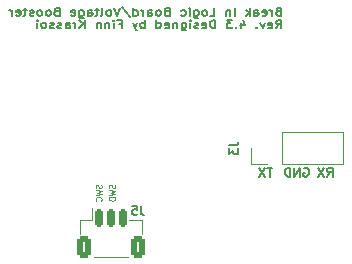
<source format=gbr>
%TF.GenerationSoftware,KiCad,Pcbnew,8.0.1-8.0.1-1~ubuntu22.04.1*%
%TF.CreationDate,2024-06-15T20:16:41+10:00*%
%TF.ProjectId,Machine-Controller,4d616368-696e-4652-9d43-6f6e74726f6c,rev?*%
%TF.SameCoordinates,Original*%
%TF.FileFunction,Legend,Bot*%
%TF.FilePolarity,Positive*%
%FSLAX46Y46*%
G04 Gerber Fmt 4.6, Leading zero omitted, Abs format (unit mm)*
G04 Created by KiCad (PCBNEW 8.0.1-8.0.1-1~ubuntu22.04.1) date 2024-06-15 20:16:41*
%MOMM*%
%LPD*%
G01*
G04 APERTURE LIST*
G04 Aperture macros list*
%AMRoundRect*
0 Rectangle with rounded corners*
0 $1 Rounding radius*
0 $2 $3 $4 $5 $6 $7 $8 $9 X,Y pos of 4 corners*
0 Add a 4 corners polygon primitive as box body*
4,1,4,$2,$3,$4,$5,$6,$7,$8,$9,$2,$3,0*
0 Add four circle primitives for the rounded corners*
1,1,$1+$1,$2,$3*
1,1,$1+$1,$4,$5*
1,1,$1+$1,$6,$7*
1,1,$1+$1,$8,$9*
0 Add four rect primitives between the rounded corners*
20,1,$1+$1,$2,$3,$4,$5,0*
20,1,$1+$1,$4,$5,$6,$7,0*
20,1,$1+$1,$6,$7,$8,$9,0*
20,1,$1+$1,$8,$9,$2,$3,0*%
G04 Aperture macros list end*
%ADD10C,0.125000*%
%ADD11C,0.150000*%
%ADD12C,0.120000*%
%ADD13C,2.000000*%
%ADD14R,1.500000X1.500000*%
%ADD15C,3.000000*%
%ADD16R,1.700000X1.700000*%
%ADD17O,1.700000X1.700000*%
%ADD18O,2.500000X2.000000*%
%ADD19RoundRect,0.375000X-0.875000X0.375000X-0.875000X-0.375000X0.875000X-0.375000X0.875000X0.375000X0*%
%ADD20O,2.500000X1.500000*%
%ADD21C,0.650000*%
%ADD22O,1.000000X2.100000*%
%ADD23O,1.000000X1.600000*%
%ADD24R,1.350000X1.350000*%
%ADD25O,1.350000X1.350000*%
%ADD26RoundRect,0.150000X-0.150000X-0.625000X0.150000X-0.625000X0.150000X0.625000X-0.150000X0.625000X0*%
%ADD27RoundRect,0.250000X-0.350000X-0.650000X0.350000X-0.650000X0.350000X0.650000X-0.350000X0.650000X0*%
G04 APERTURE END LIST*
D10*
X149172000Y-94825429D02*
X149195809Y-94896857D01*
X149195809Y-94896857D02*
X149195809Y-95015905D01*
X149195809Y-95015905D02*
X149172000Y-95063524D01*
X149172000Y-95063524D02*
X149148190Y-95087333D01*
X149148190Y-95087333D02*
X149100571Y-95111143D01*
X149100571Y-95111143D02*
X149052952Y-95111143D01*
X149052952Y-95111143D02*
X149005333Y-95087333D01*
X149005333Y-95087333D02*
X148981523Y-95063524D01*
X148981523Y-95063524D02*
X148957714Y-95015905D01*
X148957714Y-95015905D02*
X148933904Y-94920667D01*
X148933904Y-94920667D02*
X148910095Y-94873048D01*
X148910095Y-94873048D02*
X148886285Y-94849238D01*
X148886285Y-94849238D02*
X148838666Y-94825429D01*
X148838666Y-94825429D02*
X148791047Y-94825429D01*
X148791047Y-94825429D02*
X148743428Y-94849238D01*
X148743428Y-94849238D02*
X148719619Y-94873048D01*
X148719619Y-94873048D02*
X148695809Y-94920667D01*
X148695809Y-94920667D02*
X148695809Y-95039714D01*
X148695809Y-95039714D02*
X148719619Y-95111143D01*
X148695809Y-95277809D02*
X149195809Y-95396857D01*
X149195809Y-95396857D02*
X148838666Y-95492095D01*
X148838666Y-95492095D02*
X149195809Y-95587333D01*
X149195809Y-95587333D02*
X148695809Y-95706381D01*
X149148190Y-96182571D02*
X149172000Y-96158762D01*
X149172000Y-96158762D02*
X149195809Y-96087333D01*
X149195809Y-96087333D02*
X149195809Y-96039714D01*
X149195809Y-96039714D02*
X149172000Y-95968286D01*
X149172000Y-95968286D02*
X149124380Y-95920667D01*
X149124380Y-95920667D02*
X149076761Y-95896857D01*
X149076761Y-95896857D02*
X148981523Y-95873048D01*
X148981523Y-95873048D02*
X148910095Y-95873048D01*
X148910095Y-95873048D02*
X148814857Y-95896857D01*
X148814857Y-95896857D02*
X148767238Y-95920667D01*
X148767238Y-95920667D02*
X148719619Y-95968286D01*
X148719619Y-95968286D02*
X148695809Y-96039714D01*
X148695809Y-96039714D02*
X148695809Y-96087333D01*
X148695809Y-96087333D02*
X148719619Y-96158762D01*
X148719619Y-96158762D02*
X148743428Y-96182571D01*
D11*
X168321458Y-94132945D02*
X168575458Y-93770088D01*
X168756887Y-94132945D02*
X168756887Y-93370945D01*
X168756887Y-93370945D02*
X168466601Y-93370945D01*
X168466601Y-93370945D02*
X168394030Y-93407231D01*
X168394030Y-93407231D02*
X168357744Y-93443517D01*
X168357744Y-93443517D02*
X168321458Y-93516088D01*
X168321458Y-93516088D02*
X168321458Y-93624945D01*
X168321458Y-93624945D02*
X168357744Y-93697517D01*
X168357744Y-93697517D02*
X168394030Y-93733802D01*
X168394030Y-93733802D02*
X168466601Y-93770088D01*
X168466601Y-93770088D02*
X168756887Y-93770088D01*
X168067458Y-93370945D02*
X167559458Y-94132945D01*
X167559458Y-93370945D02*
X168067458Y-94132945D01*
X163658744Y-93370945D02*
X163223316Y-93370945D01*
X163441030Y-94132945D02*
X163441030Y-93370945D01*
X163041887Y-93370945D02*
X162533887Y-94132945D01*
X162533887Y-93370945D02*
X163041887Y-94132945D01*
X164163173Y-80156248D02*
X164048887Y-80187200D01*
X164048887Y-80187200D02*
X164010792Y-80218152D01*
X164010792Y-80218152D02*
X163972696Y-80280057D01*
X163972696Y-80280057D02*
X163972696Y-80372914D01*
X163972696Y-80372914D02*
X164010792Y-80434819D01*
X164010792Y-80434819D02*
X164048887Y-80465772D01*
X164048887Y-80465772D02*
X164125077Y-80496724D01*
X164125077Y-80496724D02*
X164429839Y-80496724D01*
X164429839Y-80496724D02*
X164429839Y-79846724D01*
X164429839Y-79846724D02*
X164163173Y-79846724D01*
X164163173Y-79846724D02*
X164086982Y-79877676D01*
X164086982Y-79877676D02*
X164048887Y-79908629D01*
X164048887Y-79908629D02*
X164010792Y-79970533D01*
X164010792Y-79970533D02*
X164010792Y-80032438D01*
X164010792Y-80032438D02*
X164048887Y-80094343D01*
X164048887Y-80094343D02*
X164086982Y-80125295D01*
X164086982Y-80125295D02*
X164163173Y-80156248D01*
X164163173Y-80156248D02*
X164429839Y-80156248D01*
X163629839Y-80496724D02*
X163629839Y-80063391D01*
X163629839Y-80187200D02*
X163591744Y-80125295D01*
X163591744Y-80125295D02*
X163553649Y-80094343D01*
X163553649Y-80094343D02*
X163477458Y-80063391D01*
X163477458Y-80063391D02*
X163401268Y-80063391D01*
X162829839Y-80465772D02*
X162906030Y-80496724D01*
X162906030Y-80496724D02*
X163058411Y-80496724D01*
X163058411Y-80496724D02*
X163134601Y-80465772D01*
X163134601Y-80465772D02*
X163172697Y-80403867D01*
X163172697Y-80403867D02*
X163172697Y-80156248D01*
X163172697Y-80156248D02*
X163134601Y-80094343D01*
X163134601Y-80094343D02*
X163058411Y-80063391D01*
X163058411Y-80063391D02*
X162906030Y-80063391D01*
X162906030Y-80063391D02*
X162829839Y-80094343D01*
X162829839Y-80094343D02*
X162791744Y-80156248D01*
X162791744Y-80156248D02*
X162791744Y-80218152D01*
X162791744Y-80218152D02*
X163172697Y-80280057D01*
X162106030Y-80496724D02*
X162106030Y-80156248D01*
X162106030Y-80156248D02*
X162144125Y-80094343D01*
X162144125Y-80094343D02*
X162220316Y-80063391D01*
X162220316Y-80063391D02*
X162372697Y-80063391D01*
X162372697Y-80063391D02*
X162448887Y-80094343D01*
X162106030Y-80465772D02*
X162182221Y-80496724D01*
X162182221Y-80496724D02*
X162372697Y-80496724D01*
X162372697Y-80496724D02*
X162448887Y-80465772D01*
X162448887Y-80465772D02*
X162486983Y-80403867D01*
X162486983Y-80403867D02*
X162486983Y-80341962D01*
X162486983Y-80341962D02*
X162448887Y-80280057D01*
X162448887Y-80280057D02*
X162372697Y-80249105D01*
X162372697Y-80249105D02*
X162182221Y-80249105D01*
X162182221Y-80249105D02*
X162106030Y-80218152D01*
X161725077Y-80496724D02*
X161725077Y-79846724D01*
X161648887Y-80249105D02*
X161420315Y-80496724D01*
X161420315Y-80063391D02*
X161725077Y-80311010D01*
X160467934Y-80496724D02*
X160467934Y-79846724D01*
X160086982Y-80063391D02*
X160086982Y-80496724D01*
X160086982Y-80125295D02*
X160048887Y-80094343D01*
X160048887Y-80094343D02*
X159972697Y-80063391D01*
X159972697Y-80063391D02*
X159858411Y-80063391D01*
X159858411Y-80063391D02*
X159782220Y-80094343D01*
X159782220Y-80094343D02*
X159744125Y-80156248D01*
X159744125Y-80156248D02*
X159744125Y-80496724D01*
X158372696Y-80496724D02*
X158753648Y-80496724D01*
X158753648Y-80496724D02*
X158753648Y-79846724D01*
X157991744Y-80496724D02*
X158067934Y-80465772D01*
X158067934Y-80465772D02*
X158106029Y-80434819D01*
X158106029Y-80434819D02*
X158144125Y-80372914D01*
X158144125Y-80372914D02*
X158144125Y-80187200D01*
X158144125Y-80187200D02*
X158106029Y-80125295D01*
X158106029Y-80125295D02*
X158067934Y-80094343D01*
X158067934Y-80094343D02*
X157991744Y-80063391D01*
X157991744Y-80063391D02*
X157877458Y-80063391D01*
X157877458Y-80063391D02*
X157801267Y-80094343D01*
X157801267Y-80094343D02*
X157763172Y-80125295D01*
X157763172Y-80125295D02*
X157725077Y-80187200D01*
X157725077Y-80187200D02*
X157725077Y-80372914D01*
X157725077Y-80372914D02*
X157763172Y-80434819D01*
X157763172Y-80434819D02*
X157801267Y-80465772D01*
X157801267Y-80465772D02*
X157877458Y-80496724D01*
X157877458Y-80496724D02*
X157991744Y-80496724D01*
X157039362Y-80063391D02*
X157039362Y-80589581D01*
X157039362Y-80589581D02*
X157077457Y-80651486D01*
X157077457Y-80651486D02*
X157115553Y-80682438D01*
X157115553Y-80682438D02*
X157191743Y-80713391D01*
X157191743Y-80713391D02*
X157306029Y-80713391D01*
X157306029Y-80713391D02*
X157382219Y-80682438D01*
X157039362Y-80465772D02*
X157115553Y-80496724D01*
X157115553Y-80496724D02*
X157267934Y-80496724D01*
X157267934Y-80496724D02*
X157344124Y-80465772D01*
X157344124Y-80465772D02*
X157382219Y-80434819D01*
X157382219Y-80434819D02*
X157420315Y-80372914D01*
X157420315Y-80372914D02*
X157420315Y-80187200D01*
X157420315Y-80187200D02*
X157382219Y-80125295D01*
X157382219Y-80125295D02*
X157344124Y-80094343D01*
X157344124Y-80094343D02*
X157267934Y-80063391D01*
X157267934Y-80063391D02*
X157115553Y-80063391D01*
X157115553Y-80063391D02*
X157039362Y-80094343D01*
X156658409Y-80496724D02*
X156658409Y-80063391D01*
X156658409Y-79846724D02*
X156696505Y-79877676D01*
X156696505Y-79877676D02*
X156658409Y-79908629D01*
X156658409Y-79908629D02*
X156620314Y-79877676D01*
X156620314Y-79877676D02*
X156658409Y-79846724D01*
X156658409Y-79846724D02*
X156658409Y-79908629D01*
X155934600Y-80465772D02*
X156010791Y-80496724D01*
X156010791Y-80496724D02*
X156163172Y-80496724D01*
X156163172Y-80496724D02*
X156239362Y-80465772D01*
X156239362Y-80465772D02*
X156277457Y-80434819D01*
X156277457Y-80434819D02*
X156315553Y-80372914D01*
X156315553Y-80372914D02*
X156315553Y-80187200D01*
X156315553Y-80187200D02*
X156277457Y-80125295D01*
X156277457Y-80125295D02*
X156239362Y-80094343D01*
X156239362Y-80094343D02*
X156163172Y-80063391D01*
X156163172Y-80063391D02*
X156010791Y-80063391D01*
X156010791Y-80063391D02*
X155934600Y-80094343D01*
X154715553Y-80156248D02*
X154601267Y-80187200D01*
X154601267Y-80187200D02*
X154563172Y-80218152D01*
X154563172Y-80218152D02*
X154525076Y-80280057D01*
X154525076Y-80280057D02*
X154525076Y-80372914D01*
X154525076Y-80372914D02*
X154563172Y-80434819D01*
X154563172Y-80434819D02*
X154601267Y-80465772D01*
X154601267Y-80465772D02*
X154677457Y-80496724D01*
X154677457Y-80496724D02*
X154982219Y-80496724D01*
X154982219Y-80496724D02*
X154982219Y-79846724D01*
X154982219Y-79846724D02*
X154715553Y-79846724D01*
X154715553Y-79846724D02*
X154639362Y-79877676D01*
X154639362Y-79877676D02*
X154601267Y-79908629D01*
X154601267Y-79908629D02*
X154563172Y-79970533D01*
X154563172Y-79970533D02*
X154563172Y-80032438D01*
X154563172Y-80032438D02*
X154601267Y-80094343D01*
X154601267Y-80094343D02*
X154639362Y-80125295D01*
X154639362Y-80125295D02*
X154715553Y-80156248D01*
X154715553Y-80156248D02*
X154982219Y-80156248D01*
X154067934Y-80496724D02*
X154144124Y-80465772D01*
X154144124Y-80465772D02*
X154182219Y-80434819D01*
X154182219Y-80434819D02*
X154220315Y-80372914D01*
X154220315Y-80372914D02*
X154220315Y-80187200D01*
X154220315Y-80187200D02*
X154182219Y-80125295D01*
X154182219Y-80125295D02*
X154144124Y-80094343D01*
X154144124Y-80094343D02*
X154067934Y-80063391D01*
X154067934Y-80063391D02*
X153953648Y-80063391D01*
X153953648Y-80063391D02*
X153877457Y-80094343D01*
X153877457Y-80094343D02*
X153839362Y-80125295D01*
X153839362Y-80125295D02*
X153801267Y-80187200D01*
X153801267Y-80187200D02*
X153801267Y-80372914D01*
X153801267Y-80372914D02*
X153839362Y-80434819D01*
X153839362Y-80434819D02*
X153877457Y-80465772D01*
X153877457Y-80465772D02*
X153953648Y-80496724D01*
X153953648Y-80496724D02*
X154067934Y-80496724D01*
X153115552Y-80496724D02*
X153115552Y-80156248D01*
X153115552Y-80156248D02*
X153153647Y-80094343D01*
X153153647Y-80094343D02*
X153229838Y-80063391D01*
X153229838Y-80063391D02*
X153382219Y-80063391D01*
X153382219Y-80063391D02*
X153458409Y-80094343D01*
X153115552Y-80465772D02*
X153191743Y-80496724D01*
X153191743Y-80496724D02*
X153382219Y-80496724D01*
X153382219Y-80496724D02*
X153458409Y-80465772D01*
X153458409Y-80465772D02*
X153496505Y-80403867D01*
X153496505Y-80403867D02*
X153496505Y-80341962D01*
X153496505Y-80341962D02*
X153458409Y-80280057D01*
X153458409Y-80280057D02*
X153382219Y-80249105D01*
X153382219Y-80249105D02*
X153191743Y-80249105D01*
X153191743Y-80249105D02*
X153115552Y-80218152D01*
X152734599Y-80496724D02*
X152734599Y-80063391D01*
X152734599Y-80187200D02*
X152696504Y-80125295D01*
X152696504Y-80125295D02*
X152658409Y-80094343D01*
X152658409Y-80094343D02*
X152582218Y-80063391D01*
X152582218Y-80063391D02*
X152506028Y-80063391D01*
X151896504Y-80496724D02*
X151896504Y-79846724D01*
X151896504Y-80465772D02*
X151972695Y-80496724D01*
X151972695Y-80496724D02*
X152125076Y-80496724D01*
X152125076Y-80496724D02*
X152201266Y-80465772D01*
X152201266Y-80465772D02*
X152239361Y-80434819D01*
X152239361Y-80434819D02*
X152277457Y-80372914D01*
X152277457Y-80372914D02*
X152277457Y-80187200D01*
X152277457Y-80187200D02*
X152239361Y-80125295D01*
X152239361Y-80125295D02*
X152201266Y-80094343D01*
X152201266Y-80094343D02*
X152125076Y-80063391D01*
X152125076Y-80063391D02*
X151972695Y-80063391D01*
X151972695Y-80063391D02*
X151896504Y-80094343D01*
X150944123Y-79815772D02*
X151629837Y-80651486D01*
X150791742Y-79846724D02*
X150525075Y-80496724D01*
X150525075Y-80496724D02*
X150258409Y-79846724D01*
X149877457Y-80496724D02*
X149953647Y-80465772D01*
X149953647Y-80465772D02*
X149991742Y-80434819D01*
X149991742Y-80434819D02*
X150029838Y-80372914D01*
X150029838Y-80372914D02*
X150029838Y-80187200D01*
X150029838Y-80187200D02*
X149991742Y-80125295D01*
X149991742Y-80125295D02*
X149953647Y-80094343D01*
X149953647Y-80094343D02*
X149877457Y-80063391D01*
X149877457Y-80063391D02*
X149763171Y-80063391D01*
X149763171Y-80063391D02*
X149686980Y-80094343D01*
X149686980Y-80094343D02*
X149648885Y-80125295D01*
X149648885Y-80125295D02*
X149610790Y-80187200D01*
X149610790Y-80187200D02*
X149610790Y-80372914D01*
X149610790Y-80372914D02*
X149648885Y-80434819D01*
X149648885Y-80434819D02*
X149686980Y-80465772D01*
X149686980Y-80465772D02*
X149763171Y-80496724D01*
X149763171Y-80496724D02*
X149877457Y-80496724D01*
X149153647Y-80496724D02*
X149229837Y-80465772D01*
X149229837Y-80465772D02*
X149267932Y-80403867D01*
X149267932Y-80403867D02*
X149267932Y-79846724D01*
X148963170Y-80063391D02*
X148658408Y-80063391D01*
X148848884Y-79846724D02*
X148848884Y-80403867D01*
X148848884Y-80403867D02*
X148810789Y-80465772D01*
X148810789Y-80465772D02*
X148734599Y-80496724D01*
X148734599Y-80496724D02*
X148658408Y-80496724D01*
X148048884Y-80496724D02*
X148048884Y-80156248D01*
X148048884Y-80156248D02*
X148086979Y-80094343D01*
X148086979Y-80094343D02*
X148163170Y-80063391D01*
X148163170Y-80063391D02*
X148315551Y-80063391D01*
X148315551Y-80063391D02*
X148391741Y-80094343D01*
X148048884Y-80465772D02*
X148125075Y-80496724D01*
X148125075Y-80496724D02*
X148315551Y-80496724D01*
X148315551Y-80496724D02*
X148391741Y-80465772D01*
X148391741Y-80465772D02*
X148429837Y-80403867D01*
X148429837Y-80403867D02*
X148429837Y-80341962D01*
X148429837Y-80341962D02*
X148391741Y-80280057D01*
X148391741Y-80280057D02*
X148315551Y-80249105D01*
X148315551Y-80249105D02*
X148125075Y-80249105D01*
X148125075Y-80249105D02*
X148048884Y-80218152D01*
X147325074Y-80063391D02*
X147325074Y-80589581D01*
X147325074Y-80589581D02*
X147363169Y-80651486D01*
X147363169Y-80651486D02*
X147401265Y-80682438D01*
X147401265Y-80682438D02*
X147477455Y-80713391D01*
X147477455Y-80713391D02*
X147591741Y-80713391D01*
X147591741Y-80713391D02*
X147667931Y-80682438D01*
X147325074Y-80465772D02*
X147401265Y-80496724D01*
X147401265Y-80496724D02*
X147553646Y-80496724D01*
X147553646Y-80496724D02*
X147629836Y-80465772D01*
X147629836Y-80465772D02*
X147667931Y-80434819D01*
X147667931Y-80434819D02*
X147706027Y-80372914D01*
X147706027Y-80372914D02*
X147706027Y-80187200D01*
X147706027Y-80187200D02*
X147667931Y-80125295D01*
X147667931Y-80125295D02*
X147629836Y-80094343D01*
X147629836Y-80094343D02*
X147553646Y-80063391D01*
X147553646Y-80063391D02*
X147401265Y-80063391D01*
X147401265Y-80063391D02*
X147325074Y-80094343D01*
X146639359Y-80465772D02*
X146715550Y-80496724D01*
X146715550Y-80496724D02*
X146867931Y-80496724D01*
X146867931Y-80496724D02*
X146944121Y-80465772D01*
X146944121Y-80465772D02*
X146982217Y-80403867D01*
X146982217Y-80403867D02*
X146982217Y-80156248D01*
X146982217Y-80156248D02*
X146944121Y-80094343D01*
X146944121Y-80094343D02*
X146867931Y-80063391D01*
X146867931Y-80063391D02*
X146715550Y-80063391D01*
X146715550Y-80063391D02*
X146639359Y-80094343D01*
X146639359Y-80094343D02*
X146601264Y-80156248D01*
X146601264Y-80156248D02*
X146601264Y-80218152D01*
X146601264Y-80218152D02*
X146982217Y-80280057D01*
X145382217Y-80156248D02*
X145267931Y-80187200D01*
X145267931Y-80187200D02*
X145229836Y-80218152D01*
X145229836Y-80218152D02*
X145191740Y-80280057D01*
X145191740Y-80280057D02*
X145191740Y-80372914D01*
X145191740Y-80372914D02*
X145229836Y-80434819D01*
X145229836Y-80434819D02*
X145267931Y-80465772D01*
X145267931Y-80465772D02*
X145344121Y-80496724D01*
X145344121Y-80496724D02*
X145648883Y-80496724D01*
X145648883Y-80496724D02*
X145648883Y-79846724D01*
X145648883Y-79846724D02*
X145382217Y-79846724D01*
X145382217Y-79846724D02*
X145306026Y-79877676D01*
X145306026Y-79877676D02*
X145267931Y-79908629D01*
X145267931Y-79908629D02*
X145229836Y-79970533D01*
X145229836Y-79970533D02*
X145229836Y-80032438D01*
X145229836Y-80032438D02*
X145267931Y-80094343D01*
X145267931Y-80094343D02*
X145306026Y-80125295D01*
X145306026Y-80125295D02*
X145382217Y-80156248D01*
X145382217Y-80156248D02*
X145648883Y-80156248D01*
X144734598Y-80496724D02*
X144810788Y-80465772D01*
X144810788Y-80465772D02*
X144848883Y-80434819D01*
X144848883Y-80434819D02*
X144886979Y-80372914D01*
X144886979Y-80372914D02*
X144886979Y-80187200D01*
X144886979Y-80187200D02*
X144848883Y-80125295D01*
X144848883Y-80125295D02*
X144810788Y-80094343D01*
X144810788Y-80094343D02*
X144734598Y-80063391D01*
X144734598Y-80063391D02*
X144620312Y-80063391D01*
X144620312Y-80063391D02*
X144544121Y-80094343D01*
X144544121Y-80094343D02*
X144506026Y-80125295D01*
X144506026Y-80125295D02*
X144467931Y-80187200D01*
X144467931Y-80187200D02*
X144467931Y-80372914D01*
X144467931Y-80372914D02*
X144506026Y-80434819D01*
X144506026Y-80434819D02*
X144544121Y-80465772D01*
X144544121Y-80465772D02*
X144620312Y-80496724D01*
X144620312Y-80496724D02*
X144734598Y-80496724D01*
X144010788Y-80496724D02*
X144086978Y-80465772D01*
X144086978Y-80465772D02*
X144125073Y-80434819D01*
X144125073Y-80434819D02*
X144163169Y-80372914D01*
X144163169Y-80372914D02*
X144163169Y-80187200D01*
X144163169Y-80187200D02*
X144125073Y-80125295D01*
X144125073Y-80125295D02*
X144086978Y-80094343D01*
X144086978Y-80094343D02*
X144010788Y-80063391D01*
X144010788Y-80063391D02*
X143896502Y-80063391D01*
X143896502Y-80063391D02*
X143820311Y-80094343D01*
X143820311Y-80094343D02*
X143782216Y-80125295D01*
X143782216Y-80125295D02*
X143744121Y-80187200D01*
X143744121Y-80187200D02*
X143744121Y-80372914D01*
X143744121Y-80372914D02*
X143782216Y-80434819D01*
X143782216Y-80434819D02*
X143820311Y-80465772D01*
X143820311Y-80465772D02*
X143896502Y-80496724D01*
X143896502Y-80496724D02*
X144010788Y-80496724D01*
X143439359Y-80465772D02*
X143363168Y-80496724D01*
X143363168Y-80496724D02*
X143210787Y-80496724D01*
X143210787Y-80496724D02*
X143134597Y-80465772D01*
X143134597Y-80465772D02*
X143096501Y-80403867D01*
X143096501Y-80403867D02*
X143096501Y-80372914D01*
X143096501Y-80372914D02*
X143134597Y-80311010D01*
X143134597Y-80311010D02*
X143210787Y-80280057D01*
X143210787Y-80280057D02*
X143325073Y-80280057D01*
X143325073Y-80280057D02*
X143401263Y-80249105D01*
X143401263Y-80249105D02*
X143439359Y-80187200D01*
X143439359Y-80187200D02*
X143439359Y-80156248D01*
X143439359Y-80156248D02*
X143401263Y-80094343D01*
X143401263Y-80094343D02*
X143325073Y-80063391D01*
X143325073Y-80063391D02*
X143210787Y-80063391D01*
X143210787Y-80063391D02*
X143134597Y-80094343D01*
X142867930Y-80063391D02*
X142563168Y-80063391D01*
X142753644Y-79846724D02*
X142753644Y-80403867D01*
X142753644Y-80403867D02*
X142715549Y-80465772D01*
X142715549Y-80465772D02*
X142639359Y-80496724D01*
X142639359Y-80496724D02*
X142563168Y-80496724D01*
X141991739Y-80465772D02*
X142067930Y-80496724D01*
X142067930Y-80496724D02*
X142220311Y-80496724D01*
X142220311Y-80496724D02*
X142296501Y-80465772D01*
X142296501Y-80465772D02*
X142334597Y-80403867D01*
X142334597Y-80403867D02*
X142334597Y-80156248D01*
X142334597Y-80156248D02*
X142296501Y-80094343D01*
X142296501Y-80094343D02*
X142220311Y-80063391D01*
X142220311Y-80063391D02*
X142067930Y-80063391D01*
X142067930Y-80063391D02*
X141991739Y-80094343D01*
X141991739Y-80094343D02*
X141953644Y-80156248D01*
X141953644Y-80156248D02*
X141953644Y-80218152D01*
X141953644Y-80218152D02*
X142334597Y-80280057D01*
X141610787Y-80496724D02*
X141610787Y-80063391D01*
X141610787Y-80187200D02*
X141572692Y-80125295D01*
X141572692Y-80125295D02*
X141534597Y-80094343D01*
X141534597Y-80094343D02*
X141458406Y-80063391D01*
X141458406Y-80063391D02*
X141382216Y-80063391D01*
X163972696Y-81543188D02*
X164239363Y-81233664D01*
X164429839Y-81543188D02*
X164429839Y-80893188D01*
X164429839Y-80893188D02*
X164125077Y-80893188D01*
X164125077Y-80893188D02*
X164048887Y-80924140D01*
X164048887Y-80924140D02*
X164010792Y-80955093D01*
X164010792Y-80955093D02*
X163972696Y-81016997D01*
X163972696Y-81016997D02*
X163972696Y-81109855D01*
X163972696Y-81109855D02*
X164010792Y-81171759D01*
X164010792Y-81171759D02*
X164048887Y-81202712D01*
X164048887Y-81202712D02*
X164125077Y-81233664D01*
X164125077Y-81233664D02*
X164429839Y-81233664D01*
X163325077Y-81512236D02*
X163401268Y-81543188D01*
X163401268Y-81543188D02*
X163553649Y-81543188D01*
X163553649Y-81543188D02*
X163629839Y-81512236D01*
X163629839Y-81512236D02*
X163667935Y-81450331D01*
X163667935Y-81450331D02*
X163667935Y-81202712D01*
X163667935Y-81202712D02*
X163629839Y-81140807D01*
X163629839Y-81140807D02*
X163553649Y-81109855D01*
X163553649Y-81109855D02*
X163401268Y-81109855D01*
X163401268Y-81109855D02*
X163325077Y-81140807D01*
X163325077Y-81140807D02*
X163286982Y-81202712D01*
X163286982Y-81202712D02*
X163286982Y-81264616D01*
X163286982Y-81264616D02*
X163667935Y-81326521D01*
X163020316Y-81109855D02*
X162829840Y-81543188D01*
X162829840Y-81543188D02*
X162639363Y-81109855D01*
X162334601Y-81481283D02*
X162296506Y-81512236D01*
X162296506Y-81512236D02*
X162334601Y-81543188D01*
X162334601Y-81543188D02*
X162372697Y-81512236D01*
X162372697Y-81512236D02*
X162334601Y-81481283D01*
X162334601Y-81481283D02*
X162334601Y-81543188D01*
X161001268Y-81109855D02*
X161001268Y-81543188D01*
X161191744Y-80862236D02*
X161382221Y-81326521D01*
X161382221Y-81326521D02*
X160886982Y-81326521D01*
X160582220Y-81481283D02*
X160544125Y-81512236D01*
X160544125Y-81512236D02*
X160582220Y-81543188D01*
X160582220Y-81543188D02*
X160620316Y-81512236D01*
X160620316Y-81512236D02*
X160582220Y-81481283D01*
X160582220Y-81481283D02*
X160582220Y-81543188D01*
X160277459Y-80893188D02*
X159782221Y-80893188D01*
X159782221Y-80893188D02*
X160048887Y-81140807D01*
X160048887Y-81140807D02*
X159934602Y-81140807D01*
X159934602Y-81140807D02*
X159858411Y-81171759D01*
X159858411Y-81171759D02*
X159820316Y-81202712D01*
X159820316Y-81202712D02*
X159782221Y-81264616D01*
X159782221Y-81264616D02*
X159782221Y-81419378D01*
X159782221Y-81419378D02*
X159820316Y-81481283D01*
X159820316Y-81481283D02*
X159858411Y-81512236D01*
X159858411Y-81512236D02*
X159934602Y-81543188D01*
X159934602Y-81543188D02*
X160163173Y-81543188D01*
X160163173Y-81543188D02*
X160239364Y-81512236D01*
X160239364Y-81512236D02*
X160277459Y-81481283D01*
X158829839Y-81543188D02*
X158829839Y-80893188D01*
X158829839Y-80893188D02*
X158639363Y-80893188D01*
X158639363Y-80893188D02*
X158525077Y-80924140D01*
X158525077Y-80924140D02*
X158448887Y-80986045D01*
X158448887Y-80986045D02*
X158410792Y-81047950D01*
X158410792Y-81047950D02*
X158372696Y-81171759D01*
X158372696Y-81171759D02*
X158372696Y-81264616D01*
X158372696Y-81264616D02*
X158410792Y-81388426D01*
X158410792Y-81388426D02*
X158448887Y-81450331D01*
X158448887Y-81450331D02*
X158525077Y-81512236D01*
X158525077Y-81512236D02*
X158639363Y-81543188D01*
X158639363Y-81543188D02*
X158829839Y-81543188D01*
X157725077Y-81512236D02*
X157801268Y-81543188D01*
X157801268Y-81543188D02*
X157953649Y-81543188D01*
X157953649Y-81543188D02*
X158029839Y-81512236D01*
X158029839Y-81512236D02*
X158067935Y-81450331D01*
X158067935Y-81450331D02*
X158067935Y-81202712D01*
X158067935Y-81202712D02*
X158029839Y-81140807D01*
X158029839Y-81140807D02*
X157953649Y-81109855D01*
X157953649Y-81109855D02*
X157801268Y-81109855D01*
X157801268Y-81109855D02*
X157725077Y-81140807D01*
X157725077Y-81140807D02*
X157686982Y-81202712D01*
X157686982Y-81202712D02*
X157686982Y-81264616D01*
X157686982Y-81264616D02*
X158067935Y-81326521D01*
X157382221Y-81512236D02*
X157306030Y-81543188D01*
X157306030Y-81543188D02*
X157153649Y-81543188D01*
X157153649Y-81543188D02*
X157077459Y-81512236D01*
X157077459Y-81512236D02*
X157039363Y-81450331D01*
X157039363Y-81450331D02*
X157039363Y-81419378D01*
X157039363Y-81419378D02*
X157077459Y-81357474D01*
X157077459Y-81357474D02*
X157153649Y-81326521D01*
X157153649Y-81326521D02*
X157267935Y-81326521D01*
X157267935Y-81326521D02*
X157344125Y-81295569D01*
X157344125Y-81295569D02*
X157382221Y-81233664D01*
X157382221Y-81233664D02*
X157382221Y-81202712D01*
X157382221Y-81202712D02*
X157344125Y-81140807D01*
X157344125Y-81140807D02*
X157267935Y-81109855D01*
X157267935Y-81109855D02*
X157153649Y-81109855D01*
X157153649Y-81109855D02*
X157077459Y-81140807D01*
X156696506Y-81543188D02*
X156696506Y-81109855D01*
X156696506Y-80893188D02*
X156734602Y-80924140D01*
X156734602Y-80924140D02*
X156696506Y-80955093D01*
X156696506Y-80955093D02*
X156658411Y-80924140D01*
X156658411Y-80924140D02*
X156696506Y-80893188D01*
X156696506Y-80893188D02*
X156696506Y-80955093D01*
X155972697Y-81109855D02*
X155972697Y-81636045D01*
X155972697Y-81636045D02*
X156010792Y-81697950D01*
X156010792Y-81697950D02*
X156048888Y-81728902D01*
X156048888Y-81728902D02*
X156125078Y-81759855D01*
X156125078Y-81759855D02*
X156239364Y-81759855D01*
X156239364Y-81759855D02*
X156315554Y-81728902D01*
X155972697Y-81512236D02*
X156048888Y-81543188D01*
X156048888Y-81543188D02*
X156201269Y-81543188D01*
X156201269Y-81543188D02*
X156277459Y-81512236D01*
X156277459Y-81512236D02*
X156315554Y-81481283D01*
X156315554Y-81481283D02*
X156353650Y-81419378D01*
X156353650Y-81419378D02*
X156353650Y-81233664D01*
X156353650Y-81233664D02*
X156315554Y-81171759D01*
X156315554Y-81171759D02*
X156277459Y-81140807D01*
X156277459Y-81140807D02*
X156201269Y-81109855D01*
X156201269Y-81109855D02*
X156048888Y-81109855D01*
X156048888Y-81109855D02*
X155972697Y-81140807D01*
X155591744Y-81109855D02*
X155591744Y-81543188D01*
X155591744Y-81171759D02*
X155553649Y-81140807D01*
X155553649Y-81140807D02*
X155477459Y-81109855D01*
X155477459Y-81109855D02*
X155363173Y-81109855D01*
X155363173Y-81109855D02*
X155286982Y-81140807D01*
X155286982Y-81140807D02*
X155248887Y-81202712D01*
X155248887Y-81202712D02*
X155248887Y-81543188D01*
X154563172Y-81512236D02*
X154639363Y-81543188D01*
X154639363Y-81543188D02*
X154791744Y-81543188D01*
X154791744Y-81543188D02*
X154867934Y-81512236D01*
X154867934Y-81512236D02*
X154906030Y-81450331D01*
X154906030Y-81450331D02*
X154906030Y-81202712D01*
X154906030Y-81202712D02*
X154867934Y-81140807D01*
X154867934Y-81140807D02*
X154791744Y-81109855D01*
X154791744Y-81109855D02*
X154639363Y-81109855D01*
X154639363Y-81109855D02*
X154563172Y-81140807D01*
X154563172Y-81140807D02*
X154525077Y-81202712D01*
X154525077Y-81202712D02*
X154525077Y-81264616D01*
X154525077Y-81264616D02*
X154906030Y-81326521D01*
X153839363Y-81543188D02*
X153839363Y-80893188D01*
X153839363Y-81512236D02*
X153915554Y-81543188D01*
X153915554Y-81543188D02*
X154067935Y-81543188D01*
X154067935Y-81543188D02*
X154144125Y-81512236D01*
X154144125Y-81512236D02*
X154182220Y-81481283D01*
X154182220Y-81481283D02*
X154220316Y-81419378D01*
X154220316Y-81419378D02*
X154220316Y-81233664D01*
X154220316Y-81233664D02*
X154182220Y-81171759D01*
X154182220Y-81171759D02*
X154144125Y-81140807D01*
X154144125Y-81140807D02*
X154067935Y-81109855D01*
X154067935Y-81109855D02*
X153915554Y-81109855D01*
X153915554Y-81109855D02*
X153839363Y-81140807D01*
X152848886Y-81543188D02*
X152848886Y-80893188D01*
X152848886Y-81140807D02*
X152772696Y-81109855D01*
X152772696Y-81109855D02*
X152620315Y-81109855D01*
X152620315Y-81109855D02*
X152544124Y-81140807D01*
X152544124Y-81140807D02*
X152506029Y-81171759D01*
X152506029Y-81171759D02*
X152467934Y-81233664D01*
X152467934Y-81233664D02*
X152467934Y-81419378D01*
X152467934Y-81419378D02*
X152506029Y-81481283D01*
X152506029Y-81481283D02*
X152544124Y-81512236D01*
X152544124Y-81512236D02*
X152620315Y-81543188D01*
X152620315Y-81543188D02*
X152772696Y-81543188D01*
X152772696Y-81543188D02*
X152848886Y-81512236D01*
X152201267Y-81109855D02*
X152010791Y-81543188D01*
X151820314Y-81109855D02*
X152010791Y-81543188D01*
X152010791Y-81543188D02*
X152086981Y-81697950D01*
X152086981Y-81697950D02*
X152125076Y-81728902D01*
X152125076Y-81728902D02*
X152201267Y-81759855D01*
X150639362Y-81202712D02*
X150906028Y-81202712D01*
X150906028Y-81543188D02*
X150906028Y-80893188D01*
X150906028Y-80893188D02*
X150525076Y-80893188D01*
X150220314Y-81543188D02*
X150220314Y-81109855D01*
X150220314Y-80893188D02*
X150258410Y-80924140D01*
X150258410Y-80924140D02*
X150220314Y-80955093D01*
X150220314Y-80955093D02*
X150182219Y-80924140D01*
X150182219Y-80924140D02*
X150220314Y-80893188D01*
X150220314Y-80893188D02*
X150220314Y-80955093D01*
X149839362Y-81109855D02*
X149839362Y-81543188D01*
X149839362Y-81171759D02*
X149801267Y-81140807D01*
X149801267Y-81140807D02*
X149725077Y-81109855D01*
X149725077Y-81109855D02*
X149610791Y-81109855D01*
X149610791Y-81109855D02*
X149534600Y-81140807D01*
X149534600Y-81140807D02*
X149496505Y-81202712D01*
X149496505Y-81202712D02*
X149496505Y-81543188D01*
X149115552Y-81109855D02*
X149115552Y-81543188D01*
X149115552Y-81171759D02*
X149077457Y-81140807D01*
X149077457Y-81140807D02*
X149001267Y-81109855D01*
X149001267Y-81109855D02*
X148886981Y-81109855D01*
X148886981Y-81109855D02*
X148810790Y-81140807D01*
X148810790Y-81140807D02*
X148772695Y-81202712D01*
X148772695Y-81202712D02*
X148772695Y-81543188D01*
X147782218Y-81543188D02*
X147782218Y-80893188D01*
X147325075Y-81543188D02*
X147667933Y-81171759D01*
X147325075Y-80893188D02*
X147782218Y-81264616D01*
X146982218Y-81543188D02*
X146982218Y-81109855D01*
X146982218Y-81233664D02*
X146944123Y-81171759D01*
X146944123Y-81171759D02*
X146906028Y-81140807D01*
X146906028Y-81140807D02*
X146829837Y-81109855D01*
X146829837Y-81109855D02*
X146753647Y-81109855D01*
X146144123Y-81543188D02*
X146144123Y-81202712D01*
X146144123Y-81202712D02*
X146182218Y-81140807D01*
X146182218Y-81140807D02*
X146258409Y-81109855D01*
X146258409Y-81109855D02*
X146410790Y-81109855D01*
X146410790Y-81109855D02*
X146486980Y-81140807D01*
X146144123Y-81512236D02*
X146220314Y-81543188D01*
X146220314Y-81543188D02*
X146410790Y-81543188D01*
X146410790Y-81543188D02*
X146486980Y-81512236D01*
X146486980Y-81512236D02*
X146525076Y-81450331D01*
X146525076Y-81450331D02*
X146525076Y-81388426D01*
X146525076Y-81388426D02*
X146486980Y-81326521D01*
X146486980Y-81326521D02*
X146410790Y-81295569D01*
X146410790Y-81295569D02*
X146220314Y-81295569D01*
X146220314Y-81295569D02*
X146144123Y-81264616D01*
X145801266Y-81512236D02*
X145725075Y-81543188D01*
X145725075Y-81543188D02*
X145572694Y-81543188D01*
X145572694Y-81543188D02*
X145496504Y-81512236D01*
X145496504Y-81512236D02*
X145458408Y-81450331D01*
X145458408Y-81450331D02*
X145458408Y-81419378D01*
X145458408Y-81419378D02*
X145496504Y-81357474D01*
X145496504Y-81357474D02*
X145572694Y-81326521D01*
X145572694Y-81326521D02*
X145686980Y-81326521D01*
X145686980Y-81326521D02*
X145763170Y-81295569D01*
X145763170Y-81295569D02*
X145801266Y-81233664D01*
X145801266Y-81233664D02*
X145801266Y-81202712D01*
X145801266Y-81202712D02*
X145763170Y-81140807D01*
X145763170Y-81140807D02*
X145686980Y-81109855D01*
X145686980Y-81109855D02*
X145572694Y-81109855D01*
X145572694Y-81109855D02*
X145496504Y-81140807D01*
X145153647Y-81512236D02*
X145077456Y-81543188D01*
X145077456Y-81543188D02*
X144925075Y-81543188D01*
X144925075Y-81543188D02*
X144848885Y-81512236D01*
X144848885Y-81512236D02*
X144810789Y-81450331D01*
X144810789Y-81450331D02*
X144810789Y-81419378D01*
X144810789Y-81419378D02*
X144848885Y-81357474D01*
X144848885Y-81357474D02*
X144925075Y-81326521D01*
X144925075Y-81326521D02*
X145039361Y-81326521D01*
X145039361Y-81326521D02*
X145115551Y-81295569D01*
X145115551Y-81295569D02*
X145153647Y-81233664D01*
X145153647Y-81233664D02*
X145153647Y-81202712D01*
X145153647Y-81202712D02*
X145115551Y-81140807D01*
X145115551Y-81140807D02*
X145039361Y-81109855D01*
X145039361Y-81109855D02*
X144925075Y-81109855D01*
X144925075Y-81109855D02*
X144848885Y-81140807D01*
X144353647Y-81543188D02*
X144429837Y-81512236D01*
X144429837Y-81512236D02*
X144467932Y-81481283D01*
X144467932Y-81481283D02*
X144506028Y-81419378D01*
X144506028Y-81419378D02*
X144506028Y-81233664D01*
X144506028Y-81233664D02*
X144467932Y-81171759D01*
X144467932Y-81171759D02*
X144429837Y-81140807D01*
X144429837Y-81140807D02*
X144353647Y-81109855D01*
X144353647Y-81109855D02*
X144239361Y-81109855D01*
X144239361Y-81109855D02*
X144163170Y-81140807D01*
X144163170Y-81140807D02*
X144125075Y-81171759D01*
X144125075Y-81171759D02*
X144086980Y-81233664D01*
X144086980Y-81233664D02*
X144086980Y-81419378D01*
X144086980Y-81419378D02*
X144125075Y-81481283D01*
X144125075Y-81481283D02*
X144163170Y-81512236D01*
X144163170Y-81512236D02*
X144239361Y-81543188D01*
X144239361Y-81543188D02*
X144353647Y-81543188D01*
X143744122Y-81543188D02*
X143744122Y-81109855D01*
X143744122Y-80893188D02*
X143782218Y-80924140D01*
X143782218Y-80924140D02*
X143744122Y-80955093D01*
X143744122Y-80955093D02*
X143706027Y-80924140D01*
X143706027Y-80924140D02*
X143744122Y-80893188D01*
X143744122Y-80893188D02*
X143744122Y-80955093D01*
X166325744Y-93407231D02*
X166398316Y-93370945D01*
X166398316Y-93370945D02*
X166507173Y-93370945D01*
X166507173Y-93370945D02*
X166616030Y-93407231D01*
X166616030Y-93407231D02*
X166688601Y-93479802D01*
X166688601Y-93479802D02*
X166724887Y-93552374D01*
X166724887Y-93552374D02*
X166761173Y-93697517D01*
X166761173Y-93697517D02*
X166761173Y-93806374D01*
X166761173Y-93806374D02*
X166724887Y-93951517D01*
X166724887Y-93951517D02*
X166688601Y-94024088D01*
X166688601Y-94024088D02*
X166616030Y-94096660D01*
X166616030Y-94096660D02*
X166507173Y-94132945D01*
X166507173Y-94132945D02*
X166434601Y-94132945D01*
X166434601Y-94132945D02*
X166325744Y-94096660D01*
X166325744Y-94096660D02*
X166289458Y-94060374D01*
X166289458Y-94060374D02*
X166289458Y-93806374D01*
X166289458Y-93806374D02*
X166434601Y-93806374D01*
X165962887Y-94132945D02*
X165962887Y-93370945D01*
X165962887Y-93370945D02*
X165527458Y-94132945D01*
X165527458Y-94132945D02*
X165527458Y-93370945D01*
X165164601Y-94132945D02*
X165164601Y-93370945D01*
X165164601Y-93370945D02*
X164983172Y-93370945D01*
X164983172Y-93370945D02*
X164874315Y-93407231D01*
X164874315Y-93407231D02*
X164801744Y-93479802D01*
X164801744Y-93479802D02*
X164765458Y-93552374D01*
X164765458Y-93552374D02*
X164729172Y-93697517D01*
X164729172Y-93697517D02*
X164729172Y-93806374D01*
X164729172Y-93806374D02*
X164765458Y-93951517D01*
X164765458Y-93951517D02*
X164801744Y-94024088D01*
X164801744Y-94024088D02*
X164874315Y-94096660D01*
X164874315Y-94096660D02*
X164983172Y-94132945D01*
X164983172Y-94132945D02*
X165164601Y-94132945D01*
D10*
X150315000Y-94825429D02*
X150338809Y-94896857D01*
X150338809Y-94896857D02*
X150338809Y-95015905D01*
X150338809Y-95015905D02*
X150315000Y-95063524D01*
X150315000Y-95063524D02*
X150291190Y-95087333D01*
X150291190Y-95087333D02*
X150243571Y-95111143D01*
X150243571Y-95111143D02*
X150195952Y-95111143D01*
X150195952Y-95111143D02*
X150148333Y-95087333D01*
X150148333Y-95087333D02*
X150124523Y-95063524D01*
X150124523Y-95063524D02*
X150100714Y-95015905D01*
X150100714Y-95015905D02*
X150076904Y-94920667D01*
X150076904Y-94920667D02*
X150053095Y-94873048D01*
X150053095Y-94873048D02*
X150029285Y-94849238D01*
X150029285Y-94849238D02*
X149981666Y-94825429D01*
X149981666Y-94825429D02*
X149934047Y-94825429D01*
X149934047Y-94825429D02*
X149886428Y-94849238D01*
X149886428Y-94849238D02*
X149862619Y-94873048D01*
X149862619Y-94873048D02*
X149838809Y-94920667D01*
X149838809Y-94920667D02*
X149838809Y-95039714D01*
X149838809Y-95039714D02*
X149862619Y-95111143D01*
X149838809Y-95277809D02*
X150338809Y-95396857D01*
X150338809Y-95396857D02*
X149981666Y-95492095D01*
X149981666Y-95492095D02*
X150338809Y-95587333D01*
X150338809Y-95587333D02*
X149838809Y-95706381D01*
X150338809Y-95896857D02*
X149838809Y-95896857D01*
X149838809Y-95896857D02*
X149838809Y-96015905D01*
X149838809Y-96015905D02*
X149862619Y-96087333D01*
X149862619Y-96087333D02*
X149910238Y-96134952D01*
X149910238Y-96134952D02*
X149957857Y-96158762D01*
X149957857Y-96158762D02*
X150053095Y-96182571D01*
X150053095Y-96182571D02*
X150124523Y-96182571D01*
X150124523Y-96182571D02*
X150219761Y-96158762D01*
X150219761Y-96158762D02*
X150267380Y-96134952D01*
X150267380Y-96134952D02*
X150315000Y-96087333D01*
X150315000Y-96087333D02*
X150338809Y-96015905D01*
X150338809Y-96015905D02*
X150338809Y-95896857D01*
D11*
X160022715Y-91465000D02*
X160567001Y-91465000D01*
X160567001Y-91465000D02*
X160675858Y-91428715D01*
X160675858Y-91428715D02*
X160748430Y-91356143D01*
X160748430Y-91356143D02*
X160784715Y-91247286D01*
X160784715Y-91247286D02*
X160784715Y-91174715D01*
X160022715Y-91755286D02*
X160022715Y-92227000D01*
X160022715Y-92227000D02*
X160313001Y-91973000D01*
X160313001Y-91973000D02*
X160313001Y-92081857D01*
X160313001Y-92081857D02*
X160349287Y-92154429D01*
X160349287Y-92154429D02*
X160385572Y-92190714D01*
X160385572Y-92190714D02*
X160458144Y-92227000D01*
X160458144Y-92227000D02*
X160639572Y-92227000D01*
X160639572Y-92227000D02*
X160712144Y-92190714D01*
X160712144Y-92190714D02*
X160748430Y-92154429D01*
X160748430Y-92154429D02*
X160784715Y-92081857D01*
X160784715Y-92081857D02*
X160784715Y-91864143D01*
X160784715Y-91864143D02*
X160748430Y-91791571D01*
X160748430Y-91791571D02*
X160712144Y-91755286D01*
X152526999Y-96610715D02*
X152526999Y-97155001D01*
X152526999Y-97155001D02*
X152563284Y-97263858D01*
X152563284Y-97263858D02*
X152635856Y-97336430D01*
X152635856Y-97336430D02*
X152744713Y-97372715D01*
X152744713Y-97372715D02*
X152817284Y-97372715D01*
X151801285Y-96610715D02*
X152164142Y-96610715D01*
X152164142Y-96610715D02*
X152200428Y-96973572D01*
X152200428Y-96973572D02*
X152164142Y-96937287D01*
X152164142Y-96937287D02*
X152091571Y-96901001D01*
X152091571Y-96901001D02*
X151910142Y-96901001D01*
X151910142Y-96901001D02*
X151837571Y-96937287D01*
X151837571Y-96937287D02*
X151801285Y-96973572D01*
X151801285Y-96973572D02*
X151764999Y-97046144D01*
X151764999Y-97046144D02*
X151764999Y-97227572D01*
X151764999Y-97227572D02*
X151801285Y-97300144D01*
X151801285Y-97300144D02*
X151837571Y-97336430D01*
X151837571Y-97336430D02*
X151910142Y-97372715D01*
X151910142Y-97372715D02*
X152091571Y-97372715D01*
X152091571Y-97372715D02*
X152164142Y-97336430D01*
X152164142Y-97336430D02*
X152200428Y-97300144D01*
D12*
%TO.C,J3*%
X161880000Y-93049000D02*
X161880000Y-91719000D01*
X163210000Y-93049000D02*
X161880000Y-93049000D01*
X164480000Y-93049000D02*
X164480000Y-90389000D01*
X169620000Y-90389000D02*
X164480000Y-90389000D01*
X169620000Y-93049000D02*
X164480000Y-93049000D01*
X169620000Y-93049000D02*
X169620000Y-90389000D01*
%TO.C,J5*%
X147377000Y-97823000D02*
X147377000Y-98973000D01*
X148427000Y-96833000D02*
X148427000Y-97823000D01*
X148427000Y-97823000D02*
X147377000Y-97823000D01*
X151427000Y-100943000D02*
X148547000Y-100943000D01*
X151547000Y-97823000D02*
X152597000Y-97823000D01*
X152597000Y-97823000D02*
X152597000Y-98973000D01*
%TD*%
%LPC*%
D13*
%TO.C,TP4*%
X164973000Y-88519000D03*
%TD*%
D14*
%TO.C,TP8*%
X132791200Y-66344800D03*
%TD*%
D13*
%TO.C,TP6*%
X128508800Y-70866000D03*
%TD*%
D15*
%TO.C,H1*%
X129413000Y-67564000D03*
%TD*%
D16*
%TO.C,Brd1*%
X167513000Y-78105000D03*
D17*
X167513000Y-80645000D03*
X167513000Y-83185000D03*
X167513000Y-85725000D03*
%TD*%
D18*
%TO.C,SW1*%
X139319000Y-80482000D03*
X139319000Y-88682000D03*
D19*
X139319000Y-82582000D03*
D20*
X139319000Y-84582000D03*
X139319000Y-86582000D03*
%TD*%
D15*
%TO.C,H3*%
X128651000Y-93980000D03*
%TD*%
D21*
%TO.C,J6*%
X158050000Y-70297000D03*
X152270000Y-70297000D03*
D22*
X159480000Y-70827000D03*
D23*
X159480000Y-66647000D03*
D22*
X150840000Y-70827000D03*
D23*
X150840000Y-66647000D03*
%TD*%
D13*
%TO.C,TP2*%
X134493000Y-91948000D03*
%TD*%
D14*
%TO.C,TP9*%
X168046400Y-88874600D03*
%TD*%
D15*
%TO.C,H2*%
X166243000Y-67564000D03*
%TD*%
D14*
%TO.C,TP5*%
X137668000Y-91948000D03*
%TD*%
D24*
%TO.C,SW2*%
X144145000Y-83074000D03*
D25*
X144145000Y-85074000D03*
%TD*%
D13*
%TO.C,TP1*%
X128524000Y-88392000D03*
%TD*%
D14*
%TO.C,TP7*%
X130606800Y-91084400D03*
%TD*%
D16*
%TO.C,J3*%
X163210000Y-91719000D03*
D17*
X165750000Y-91719000D03*
X168290000Y-91719000D03*
%TD*%
D26*
%TO.C,J5*%
X148987000Y-97608000D03*
X149987000Y-97608000D03*
X150987000Y-97608000D03*
D27*
X147687000Y-100133000D03*
X152287000Y-100133000D03*
%TD*%
%LPD*%
M02*

</source>
